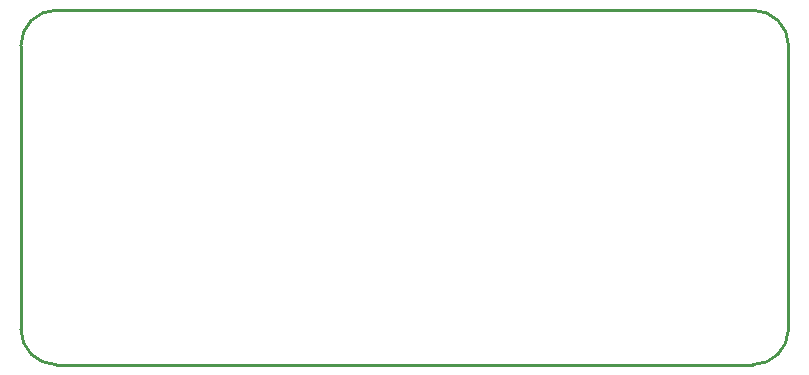
<source format=gko>
G04 Layer: BoardOutlineLayer*
G04 EasyEDA v6.5.48, 2025-02-15 11:51:11*
G04 2cfd3feb97a147399bdab27a3ee501b3,839f2ca7e4414f50b7487098226930c6,10*
G04 Gerber Generator version 0.2*
G04 Scale: 100 percent, Rotated: No, Reflected: No *
G04 Dimensions in millimeters *
G04 leading zeros omitted , absolute positions ,4 integer and 5 decimal *
%FSLAX45Y45*%
%MOMM*%

%ADD10C,0.2540*%
D10*
X0Y299999D02*
G01*
X0Y2699994D01*
X6199987Y0D02*
G01*
X299999Y0D01*
X6499986Y2699994D02*
G01*
X6499986Y299999D01*
X299999Y2999994D02*
G01*
X6199987Y2999994D01*
G75*
G01*
X6199988Y2999994D02*
G02*
X6499987Y2699995I0J-299999D01*
G75*
G01*
X6499987Y299999D02*
G02*
X6199988Y0I-299999J0D01*
G75*
G01*
X0Y2699995D02*
G02*
X299999Y2999994I299999J0D01*
G75*
G01*
X299999Y0D02*
G02*
X0Y299999I0J299999D01*

%LPD*%
M02*

</source>
